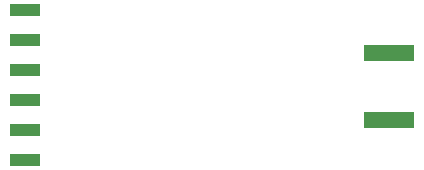
<source format=gbr>
%TF.GenerationSoftware,KiCad,Pcbnew,(5.1.10)-1*%
%TF.CreationDate,2021-08-13T02:35:10+08:00*%
%TF.ProjectId,Pmod-8bitDAC-R-2R,506d6f64-2d38-4626-9974-4441432d522d,rev?*%
%TF.SameCoordinates,Original*%
%TF.FileFunction,Paste,Bot*%
%TF.FilePolarity,Positive*%
%FSLAX46Y46*%
G04 Gerber Fmt 4.6, Leading zero omitted, Abs format (unit mm)*
G04 Created by KiCad (PCBNEW (5.1.10)-1) date 2021-08-13 02:35:10*
%MOMM*%
%LPD*%
G01*
G04 APERTURE LIST*
%ADD10R,4.200000X1.350000*%
%ADD11R,2.500000X1.000000*%
G04 APERTURE END LIST*
D10*
%TO.C,J2*%
X146011900Y-118002800D03*
X146011900Y-123652800D03*
%TD*%
D11*
%TO.C,PMOD1*%
X115182400Y-114350800D03*
X115182400Y-116890800D03*
X115182400Y-119430800D03*
X115182400Y-121970800D03*
X115182400Y-124510800D03*
X115182400Y-127050800D03*
%TD*%
M02*

</source>
